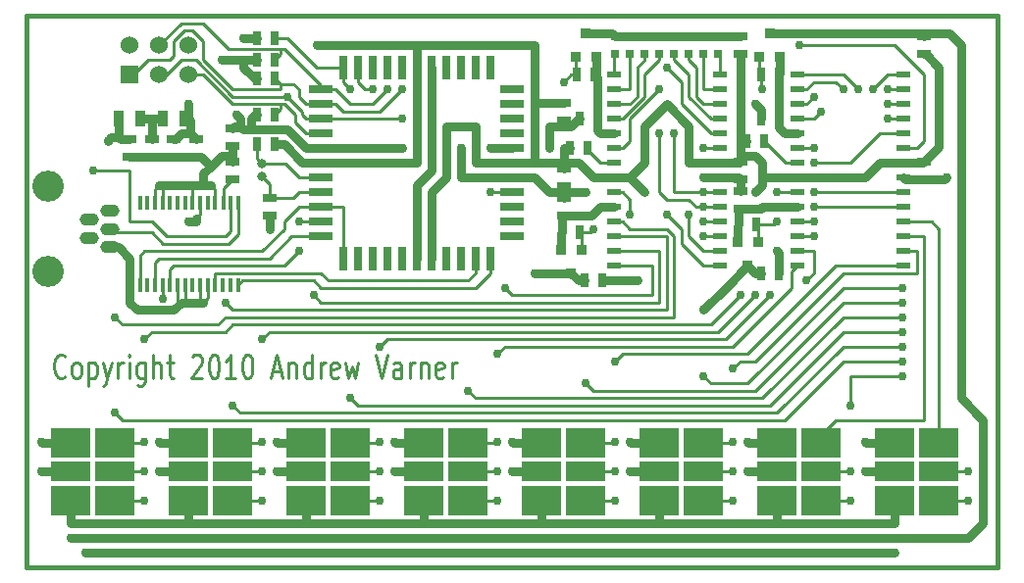
<source format=gtl>
G04 (created by PCBNEW-RS274X (2010-03-14)-final) date Tue 28 Sep 2010 03:27:07 PM CDT*
G01*
G70*
G90*
%MOIN*%
G04 Gerber Fmt 3.4, Leading zero omitted, Abs format*
%FSLAX34Y34*%
G04 APERTURE LIST*
%ADD10C,0.001000*%
%ADD11C,0.010000*%
%ADD12C,0.015000*%
%ADD13C,0.031500*%
%ADD14R,0.031400X0.031400*%
%ADD15R,0.060000X0.060000*%
%ADD16C,0.060000*%
%ADD17R,0.030000X0.080000*%
%ADD18R,0.080000X0.030000*%
%ADD19R,0.025000X0.045000*%
%ADD20R,0.045000X0.025000*%
%ADD21R,0.050000X0.020000*%
%ADD22R,0.036000X0.036000*%
%ADD23R,0.016000X0.050000*%
%ADD24O,0.106300X0.106300*%
%ADD25O,0.065000X0.043300*%
%ADD26R,0.035000X0.055000*%
%ADD27R,0.137800X0.102400*%
%ADD28R,0.137800X0.070900*%
%ADD29C,0.030000*%
%ADD30C,0.030000*%
G04 APERTURE END LIST*
G54D10*
G54D11*
X45309Y-44248D02*
X45280Y-44286D01*
X45194Y-44324D01*
X45137Y-44324D01*
X45052Y-44286D01*
X44994Y-44210D01*
X44966Y-44133D01*
X44937Y-43981D01*
X44937Y-43867D01*
X44966Y-43714D01*
X44994Y-43638D01*
X45052Y-43562D01*
X45137Y-43524D01*
X45194Y-43524D01*
X45280Y-43562D01*
X45309Y-43600D01*
X45652Y-44324D02*
X45594Y-44286D01*
X45566Y-44248D01*
X45537Y-44171D01*
X45537Y-43943D01*
X45566Y-43867D01*
X45594Y-43829D01*
X45652Y-43790D01*
X45737Y-43790D01*
X45794Y-43829D01*
X45823Y-43867D01*
X45852Y-43943D01*
X45852Y-44171D01*
X45823Y-44248D01*
X45794Y-44286D01*
X45737Y-44324D01*
X45652Y-44324D01*
X46109Y-43790D02*
X46109Y-44590D01*
X46109Y-43829D02*
X46166Y-43790D01*
X46280Y-43790D01*
X46337Y-43829D01*
X46366Y-43867D01*
X46395Y-43943D01*
X46395Y-44171D01*
X46366Y-44248D01*
X46337Y-44286D01*
X46280Y-44324D01*
X46166Y-44324D01*
X46109Y-44286D01*
X46595Y-43790D02*
X46738Y-44324D01*
X46880Y-43790D02*
X46738Y-44324D01*
X46680Y-44514D01*
X46652Y-44552D01*
X46595Y-44590D01*
X47109Y-44324D02*
X47109Y-43790D01*
X47109Y-43943D02*
X47137Y-43867D01*
X47166Y-43829D01*
X47223Y-43790D01*
X47280Y-43790D01*
X47480Y-44324D02*
X47480Y-43790D01*
X47480Y-43524D02*
X47451Y-43562D01*
X47480Y-43600D01*
X47508Y-43562D01*
X47480Y-43524D01*
X47480Y-43600D01*
X48023Y-43790D02*
X48023Y-44438D01*
X47994Y-44514D01*
X47966Y-44552D01*
X47909Y-44590D01*
X47823Y-44590D01*
X47766Y-44552D01*
X48023Y-44286D02*
X47966Y-44324D01*
X47852Y-44324D01*
X47794Y-44286D01*
X47766Y-44248D01*
X47737Y-44171D01*
X47737Y-43943D01*
X47766Y-43867D01*
X47794Y-43829D01*
X47852Y-43790D01*
X47966Y-43790D01*
X48023Y-43829D01*
X48309Y-44324D02*
X48309Y-43524D01*
X48566Y-44324D02*
X48566Y-43905D01*
X48537Y-43829D01*
X48480Y-43790D01*
X48395Y-43790D01*
X48337Y-43829D01*
X48309Y-43867D01*
X48766Y-43790D02*
X48995Y-43790D01*
X48852Y-43524D02*
X48852Y-44210D01*
X48880Y-44286D01*
X48938Y-44324D01*
X48995Y-44324D01*
X49623Y-43600D02*
X49652Y-43562D01*
X49709Y-43524D01*
X49852Y-43524D01*
X49909Y-43562D01*
X49938Y-43600D01*
X49966Y-43676D01*
X49966Y-43752D01*
X49938Y-43867D01*
X49595Y-44324D01*
X49966Y-44324D01*
X50337Y-43524D02*
X50394Y-43524D01*
X50451Y-43562D01*
X50480Y-43600D01*
X50509Y-43676D01*
X50537Y-43829D01*
X50537Y-44019D01*
X50509Y-44171D01*
X50480Y-44248D01*
X50451Y-44286D01*
X50394Y-44324D01*
X50337Y-44324D01*
X50280Y-44286D01*
X50251Y-44248D01*
X50223Y-44171D01*
X50194Y-44019D01*
X50194Y-43829D01*
X50223Y-43676D01*
X50251Y-43600D01*
X50280Y-43562D01*
X50337Y-43524D01*
X51108Y-44324D02*
X50765Y-44324D01*
X50937Y-44324D02*
X50937Y-43524D01*
X50880Y-43638D01*
X50822Y-43714D01*
X50765Y-43752D01*
X51479Y-43524D02*
X51536Y-43524D01*
X51593Y-43562D01*
X51622Y-43600D01*
X51651Y-43676D01*
X51679Y-43829D01*
X51679Y-44019D01*
X51651Y-44171D01*
X51622Y-44248D01*
X51593Y-44286D01*
X51536Y-44324D01*
X51479Y-44324D01*
X51422Y-44286D01*
X51393Y-44248D01*
X51365Y-44171D01*
X51336Y-44019D01*
X51336Y-43829D01*
X51365Y-43676D01*
X51393Y-43600D01*
X51422Y-43562D01*
X51479Y-43524D01*
X52364Y-44095D02*
X52650Y-44095D01*
X52307Y-44324D02*
X52507Y-43524D01*
X52707Y-44324D01*
X52907Y-43790D02*
X52907Y-44324D01*
X52907Y-43867D02*
X52935Y-43829D01*
X52993Y-43790D01*
X53078Y-43790D01*
X53135Y-43829D01*
X53164Y-43905D01*
X53164Y-44324D01*
X53707Y-44324D02*
X53707Y-43524D01*
X53707Y-44286D02*
X53650Y-44324D01*
X53536Y-44324D01*
X53478Y-44286D01*
X53450Y-44248D01*
X53421Y-44171D01*
X53421Y-43943D01*
X53450Y-43867D01*
X53478Y-43829D01*
X53536Y-43790D01*
X53650Y-43790D01*
X53707Y-43829D01*
X53993Y-44324D02*
X53993Y-43790D01*
X53993Y-43943D02*
X54021Y-43867D01*
X54050Y-43829D01*
X54107Y-43790D01*
X54164Y-43790D01*
X54592Y-44286D02*
X54535Y-44324D01*
X54421Y-44324D01*
X54364Y-44286D01*
X54335Y-44210D01*
X54335Y-43905D01*
X54364Y-43829D01*
X54421Y-43790D01*
X54535Y-43790D01*
X54592Y-43829D01*
X54621Y-43905D01*
X54621Y-43981D01*
X54335Y-44057D01*
X54821Y-43790D02*
X54935Y-44324D01*
X55049Y-43943D01*
X55164Y-44324D01*
X55278Y-43790D01*
X55878Y-43524D02*
X56078Y-44324D01*
X56278Y-43524D01*
X56735Y-44324D02*
X56735Y-43905D01*
X56706Y-43829D01*
X56649Y-43790D01*
X56535Y-43790D01*
X56478Y-43829D01*
X56735Y-44286D02*
X56678Y-44324D01*
X56535Y-44324D01*
X56478Y-44286D01*
X56449Y-44210D01*
X56449Y-44133D01*
X56478Y-44057D01*
X56535Y-44019D01*
X56678Y-44019D01*
X56735Y-43981D01*
X57021Y-44324D02*
X57021Y-43790D01*
X57021Y-43943D02*
X57049Y-43867D01*
X57078Y-43829D01*
X57135Y-43790D01*
X57192Y-43790D01*
X57392Y-43790D02*
X57392Y-44324D01*
X57392Y-43867D02*
X57420Y-43829D01*
X57478Y-43790D01*
X57563Y-43790D01*
X57620Y-43829D01*
X57649Y-43905D01*
X57649Y-44324D01*
X58163Y-44286D02*
X58106Y-44324D01*
X57992Y-44324D01*
X57935Y-44286D01*
X57906Y-44210D01*
X57906Y-43905D01*
X57935Y-43829D01*
X57992Y-43790D01*
X58106Y-43790D01*
X58163Y-43829D01*
X58192Y-43905D01*
X58192Y-43981D01*
X57906Y-44057D01*
X58449Y-44324D02*
X58449Y-43790D01*
X58449Y-43943D02*
X58477Y-43867D01*
X58506Y-43829D01*
X58563Y-43790D01*
X58620Y-43790D01*
G54D12*
X44000Y-50750D02*
X77000Y-50750D01*
X77000Y-32000D02*
X44000Y-32000D01*
X44000Y-50750D02*
X44000Y-32000D01*
X77000Y-50750D02*
X77000Y-32000D01*
G54D13*
X52000Y-37033D03*
X52000Y-37467D03*
G54D14*
X66000Y-32705D03*
X66000Y-33295D03*
X66500Y-32705D03*
X66500Y-33295D03*
X67000Y-32705D03*
X67000Y-33295D03*
X67500Y-32705D03*
X67500Y-33295D03*
X64000Y-32705D03*
X64000Y-33295D03*
X64500Y-32705D03*
X64500Y-33295D03*
X65000Y-32705D03*
X65000Y-33295D03*
X65500Y-32705D03*
X65500Y-33295D03*
G54D15*
X47500Y-34000D03*
G54D16*
X47500Y-33000D03*
X48500Y-34000D03*
X48500Y-33000D03*
X49500Y-34000D03*
X49500Y-33000D03*
G54D17*
X57250Y-33750D03*
X56750Y-33750D03*
X56250Y-33750D03*
X55750Y-33750D03*
X55250Y-33750D03*
X54750Y-33750D03*
G54D18*
X54000Y-34500D03*
X54000Y-35000D03*
X54000Y-35500D03*
X54000Y-36000D03*
X54000Y-36500D03*
X54000Y-37000D03*
X54000Y-37500D03*
X54000Y-38000D03*
X54000Y-38500D03*
X54000Y-39000D03*
X54000Y-39500D03*
G54D17*
X54750Y-40250D03*
X55250Y-40250D03*
X55750Y-40250D03*
X56250Y-40250D03*
X56750Y-40250D03*
X57250Y-40250D03*
X57750Y-40250D03*
X58250Y-40250D03*
X58750Y-40250D03*
X59250Y-40250D03*
X59750Y-40250D03*
G54D18*
X60500Y-39500D03*
X60500Y-39000D03*
X60500Y-38500D03*
X60500Y-38000D03*
X60500Y-37500D03*
X60500Y-37000D03*
X60500Y-36500D03*
X60500Y-36000D03*
X60500Y-35500D03*
X60500Y-35000D03*
X60500Y-34500D03*
G54D17*
X59750Y-33750D03*
X59250Y-33750D03*
X58750Y-33750D03*
X58250Y-33750D03*
X57750Y-33750D03*
G54D19*
X63400Y-35500D03*
X62800Y-35500D03*
G54D20*
X62250Y-38800D03*
X62250Y-38200D03*
G54D19*
X63300Y-34000D03*
X62700Y-34000D03*
X62200Y-39350D03*
X62800Y-39350D03*
X62450Y-36500D03*
X63050Y-36500D03*
X69550Y-35500D03*
X68950Y-35500D03*
G54D20*
X68250Y-38550D03*
X68250Y-37950D03*
G54D19*
X69550Y-34000D03*
X68950Y-34000D03*
X68200Y-39100D03*
X68800Y-39100D03*
X68450Y-36250D03*
X69050Y-36250D03*
X51825Y-32750D03*
X52425Y-32750D03*
X52425Y-33500D03*
X51825Y-33500D03*
X52425Y-34125D03*
X51825Y-34125D03*
X51825Y-35375D03*
X52425Y-35375D03*
G54D20*
X68250Y-33300D03*
X68250Y-32700D03*
G54D19*
X63550Y-41000D03*
X62950Y-41000D03*
G54D20*
X68250Y-37550D03*
X68250Y-36950D03*
X74500Y-33300D03*
X74500Y-32700D03*
G54D19*
X69550Y-40750D03*
X68950Y-40750D03*
G54D20*
X74500Y-37550D03*
X74500Y-36950D03*
X62250Y-35550D03*
X62250Y-34950D03*
X62250Y-37800D03*
X62250Y-37200D03*
X52250Y-38200D03*
X52250Y-38800D03*
G54D19*
X51825Y-36375D03*
X52425Y-36375D03*
G54D20*
X51000Y-37550D03*
X51000Y-36950D03*
X47500Y-36200D03*
X47500Y-36800D03*
X51000Y-35825D03*
X51000Y-36425D03*
G54D21*
X67550Y-40500D03*
X67550Y-40000D03*
X67550Y-39500D03*
X67550Y-39000D03*
X67550Y-38500D03*
X67550Y-38000D03*
X67550Y-37500D03*
X67550Y-37000D03*
X67550Y-36500D03*
X67550Y-36000D03*
X67550Y-35500D03*
X67550Y-35000D03*
X67550Y-34500D03*
X67550Y-34000D03*
X63950Y-34000D03*
X63950Y-34500D03*
X63950Y-35000D03*
X63950Y-35500D03*
X63950Y-36000D03*
X63950Y-36500D03*
X63950Y-37000D03*
X63950Y-37500D03*
X63950Y-38000D03*
X63950Y-38500D03*
X63950Y-39000D03*
X63950Y-39500D03*
X63950Y-40000D03*
X63950Y-40500D03*
X73800Y-40500D03*
X73800Y-40000D03*
X73800Y-39500D03*
X73800Y-39000D03*
X73800Y-38500D03*
X73800Y-38000D03*
X73800Y-37500D03*
X73800Y-37000D03*
X73800Y-36500D03*
X73800Y-36000D03*
X73800Y-35500D03*
X73800Y-35000D03*
X73800Y-34500D03*
X73800Y-34000D03*
X70200Y-34000D03*
X70200Y-34500D03*
X70200Y-35000D03*
X70200Y-35500D03*
X70200Y-36000D03*
X70200Y-36500D03*
X70200Y-37000D03*
X70200Y-37500D03*
X70200Y-38000D03*
X70200Y-38500D03*
X70200Y-39000D03*
X70200Y-39500D03*
X70200Y-40000D03*
X70200Y-40500D03*
G54D22*
X63350Y-33400D03*
X62650Y-33400D03*
X63000Y-32600D03*
X62150Y-39950D03*
X62850Y-39950D03*
X62500Y-40750D03*
X69600Y-33400D03*
X68900Y-33400D03*
X69250Y-32600D03*
X68150Y-39700D03*
X68850Y-39700D03*
X68500Y-40500D03*
G54D23*
X47850Y-41150D03*
X48100Y-41150D03*
X48360Y-41150D03*
X48620Y-41150D03*
X48870Y-41150D03*
X49130Y-41150D03*
X49390Y-41150D03*
X49640Y-41150D03*
X49900Y-41150D03*
X50150Y-41150D03*
X50410Y-41150D03*
X50670Y-41150D03*
X50920Y-41150D03*
X51180Y-41150D03*
X51180Y-38350D03*
X50920Y-38350D03*
X50680Y-38350D03*
X50410Y-38350D03*
X50150Y-38350D03*
X49900Y-38350D03*
X49640Y-38350D03*
X49390Y-38350D03*
X49130Y-38350D03*
X48870Y-38350D03*
X48620Y-38350D03*
X48360Y-38350D03*
X48100Y-38350D03*
X47850Y-38350D03*
G54D24*
X44734Y-37813D03*
G54D25*
X46142Y-38935D03*
X46142Y-39565D03*
X46830Y-39880D03*
X46830Y-39250D03*
X46830Y-38620D03*
G54D24*
X44734Y-40687D03*
G54D20*
X49750Y-36200D03*
X49750Y-36800D03*
X49000Y-36200D03*
X49000Y-36800D03*
G54D26*
X48625Y-35500D03*
X49375Y-35500D03*
G54D27*
X66998Y-48484D03*
X66998Y-46516D03*
X65502Y-46516D03*
X65502Y-48484D03*
G54D28*
X66998Y-47500D03*
X65502Y-47500D03*
G54D27*
X46998Y-48484D03*
X46998Y-46516D03*
X45502Y-46516D03*
X45502Y-48484D03*
G54D28*
X46998Y-47500D03*
X45502Y-47500D03*
G54D27*
X50998Y-48484D03*
X50998Y-46516D03*
X49502Y-46516D03*
X49502Y-48484D03*
G54D28*
X50998Y-47500D03*
X49502Y-47500D03*
G54D27*
X54998Y-48484D03*
X54998Y-46516D03*
X53502Y-46516D03*
X53502Y-48484D03*
G54D28*
X54998Y-47500D03*
X53502Y-47500D03*
G54D27*
X58998Y-48484D03*
X58998Y-46516D03*
X57502Y-46516D03*
X57502Y-48484D03*
G54D28*
X58998Y-47500D03*
X57502Y-47500D03*
G54D27*
X62998Y-48484D03*
X62998Y-46516D03*
X61502Y-46516D03*
X61502Y-48484D03*
G54D28*
X62998Y-47500D03*
X61502Y-47500D03*
G54D27*
X70998Y-48484D03*
X70998Y-46516D03*
X69502Y-46516D03*
X69502Y-48484D03*
G54D28*
X70998Y-47500D03*
X69502Y-47500D03*
G54D27*
X74998Y-48484D03*
X74998Y-46516D03*
X73502Y-46516D03*
X73502Y-48484D03*
G54D28*
X74998Y-47500D03*
X73502Y-47500D03*
G54D26*
X47125Y-35500D03*
X47875Y-35500D03*
G54D20*
X48250Y-36200D03*
X48250Y-36800D03*
G54D29*
X70250Y-33000D03*
X56750Y-34500D03*
X65750Y-33750D03*
X56250Y-34500D03*
X70750Y-38000D03*
X67000Y-38000D03*
X56750Y-35500D03*
X66000Y-36000D03*
X55750Y-34500D03*
X52875Y-34750D03*
X67000Y-38500D03*
X70750Y-38500D03*
X65500Y-36000D03*
X55000Y-34500D03*
X59750Y-38000D03*
X61250Y-40750D03*
X64250Y-49250D03*
X73000Y-49750D03*
X72500Y-47500D03*
X69000Y-49750D03*
X68500Y-47500D03*
X65000Y-49750D03*
X64500Y-47500D03*
X61000Y-49750D03*
X60500Y-47500D03*
X57000Y-49750D03*
X56500Y-47500D03*
X53000Y-49750D03*
X52500Y-47500D03*
X49000Y-49750D03*
X48500Y-47500D03*
X45500Y-49750D03*
X44500Y-47500D03*
X68500Y-46500D03*
X67000Y-42000D03*
X73500Y-50250D03*
X72500Y-46500D03*
X69500Y-50250D03*
X65500Y-50250D03*
X64500Y-46500D03*
X61500Y-50250D03*
X60500Y-46500D03*
X57500Y-50250D03*
X56500Y-46500D03*
X53500Y-50250D03*
X52500Y-46500D03*
X49500Y-50250D03*
X48500Y-46500D03*
X44500Y-46500D03*
X46000Y-50250D03*
X50000Y-37750D03*
X68750Y-38000D03*
X69500Y-40000D03*
X64750Y-41000D03*
X65000Y-38000D03*
X53875Y-33000D03*
X50625Y-33500D03*
X54750Y-37000D03*
X52250Y-39250D03*
X50000Y-41750D03*
X46250Y-37250D03*
X53250Y-39000D03*
X53250Y-40000D03*
X46750Y-36250D03*
X64000Y-48500D03*
X65750Y-38750D03*
X70750Y-39500D03*
X68750Y-41500D03*
X52000Y-46500D03*
X52000Y-43000D03*
X60000Y-46500D03*
X60000Y-43500D03*
X68000Y-44000D03*
X68000Y-46500D03*
X64000Y-46500D03*
X64000Y-43750D03*
X70500Y-41000D03*
X69250Y-41500D03*
X56000Y-46500D03*
X56000Y-43250D03*
X70750Y-39000D03*
X68250Y-41500D03*
X48000Y-46500D03*
X48000Y-43000D03*
X60250Y-41250D03*
X60000Y-48500D03*
X53750Y-41500D03*
X56000Y-48500D03*
X50750Y-41750D03*
X52000Y-48500D03*
X48000Y-48500D03*
X47000Y-42250D03*
X63250Y-39250D03*
X64500Y-38750D03*
X62250Y-34250D03*
X65500Y-34500D03*
X67000Y-36500D03*
X70750Y-37000D03*
X70750Y-36500D03*
X69000Y-34500D03*
X68000Y-47500D03*
X67000Y-44250D03*
X73250Y-34500D03*
X73750Y-41250D03*
X64000Y-47500D03*
X63000Y-44500D03*
X73750Y-41750D03*
X72750Y-34500D03*
X67000Y-39500D03*
X72000Y-48500D03*
X76000Y-48500D03*
X67000Y-39000D03*
X68000Y-48500D03*
X66500Y-38750D03*
X69500Y-38000D03*
X69500Y-39000D03*
X48000Y-47500D03*
X47000Y-45500D03*
X71000Y-35250D03*
X73750Y-43750D03*
X70750Y-34750D03*
X73750Y-43250D03*
X51000Y-45250D03*
X52000Y-47500D03*
X60000Y-47500D03*
X59000Y-44750D03*
X73750Y-42250D03*
X72250Y-34500D03*
X71750Y-34500D03*
X73750Y-42750D03*
X56000Y-47500D03*
X55000Y-45000D03*
X73250Y-35000D03*
X72000Y-45250D03*
X72000Y-47500D03*
X73750Y-44250D03*
X73250Y-35500D03*
X76000Y-47500D03*
X49500Y-35000D03*
X75250Y-37500D03*
X68750Y-35000D03*
X63000Y-38000D03*
X67000Y-37500D03*
X61750Y-36500D03*
X49500Y-39000D03*
X48625Y-41625D03*
X58750Y-36500D03*
X56750Y-36500D03*
X59750Y-36500D03*
X57750Y-36500D03*
X51375Y-32750D03*
X51125Y-35375D03*
G54D11*
X50000Y-33500D02*
X51000Y-34500D01*
X49375Y-32500D02*
X49625Y-32500D01*
X47625Y-34000D02*
X48125Y-33500D01*
X48125Y-33500D02*
X48875Y-33500D01*
X48875Y-33500D02*
X49000Y-33375D01*
X49000Y-33375D02*
X49000Y-32875D01*
X49000Y-32875D02*
X49375Y-32500D01*
X47500Y-34000D02*
X47625Y-34000D01*
X49625Y-32500D02*
X50000Y-32875D01*
X50000Y-33125D02*
X50000Y-32875D01*
X50000Y-33125D02*
X50000Y-33500D01*
X52625Y-34500D02*
X52625Y-34325D01*
X52625Y-34500D02*
X51000Y-34500D01*
X56000Y-35250D02*
X54750Y-35250D01*
X54750Y-35250D02*
X54500Y-35000D01*
X54000Y-35000D02*
X54500Y-35000D01*
X73500Y-33000D02*
X70250Y-33000D01*
X74250Y-36500D02*
X73800Y-36500D01*
X74500Y-34000D02*
X73750Y-33250D01*
X74500Y-36250D02*
X74500Y-34000D01*
X74250Y-36500D02*
X74500Y-36250D01*
X73750Y-33250D02*
X73500Y-33000D01*
X56750Y-34500D02*
X56000Y-35250D01*
X52625Y-34325D02*
X53075Y-34325D01*
X53500Y-35000D02*
X54000Y-35000D01*
X53250Y-34750D02*
X53500Y-35000D01*
X53250Y-34500D02*
X53250Y-34750D01*
X53075Y-34325D02*
X53250Y-34500D01*
X52625Y-34325D02*
X52425Y-34125D01*
X67250Y-36000D02*
X66250Y-35000D01*
X66250Y-35000D02*
X66250Y-34250D01*
X66250Y-34250D02*
X65750Y-33750D01*
X55000Y-35000D02*
X55750Y-35000D01*
X56250Y-34500D02*
X55750Y-35000D01*
X54000Y-34500D02*
X54500Y-34500D01*
X54500Y-34500D02*
X55000Y-35000D01*
X67250Y-36000D02*
X67550Y-36000D01*
X52625Y-33125D02*
X52625Y-33300D01*
X52625Y-33300D02*
X52425Y-33500D01*
X54000Y-34500D02*
X54000Y-34375D01*
X49250Y-32250D02*
X48500Y-33000D01*
X50000Y-32250D02*
X49250Y-32250D01*
X50875Y-33125D02*
X50000Y-32250D01*
X52750Y-33125D02*
X52625Y-33125D01*
X52625Y-33125D02*
X50875Y-33125D01*
X54000Y-34375D02*
X52750Y-33125D01*
X49500Y-34000D02*
X50000Y-34000D01*
X51000Y-35000D02*
X52625Y-35000D01*
X50000Y-34000D02*
X51000Y-35000D01*
X52625Y-35000D02*
X52625Y-35175D01*
X52625Y-35175D02*
X52425Y-35375D01*
X52750Y-35000D02*
X52625Y-35000D01*
X53500Y-36000D02*
X53125Y-35625D01*
X53125Y-35625D02*
X53125Y-35375D01*
X53125Y-35375D02*
X52750Y-35000D01*
X54000Y-36000D02*
X53500Y-36000D01*
X49750Y-33500D02*
X51000Y-34750D01*
X52875Y-34750D02*
X51000Y-34750D01*
X48750Y-34000D02*
X48500Y-34000D01*
X49250Y-33500D02*
X48750Y-34000D01*
X49250Y-33500D02*
X49750Y-33500D01*
X73800Y-38000D02*
X70750Y-38000D01*
X67000Y-38000D02*
X66000Y-38000D01*
X56750Y-35500D02*
X54000Y-35500D01*
X66000Y-36000D02*
X66000Y-38000D01*
X67000Y-38000D02*
X67550Y-38000D01*
X55250Y-34250D02*
X55250Y-33750D01*
X55500Y-34500D02*
X55750Y-34500D01*
X55250Y-34250D02*
X55500Y-34500D01*
X52875Y-34750D02*
X53375Y-35250D01*
X53500Y-35500D02*
X54000Y-35500D01*
X53375Y-35375D02*
X53500Y-35500D01*
X53375Y-35250D02*
X53375Y-35375D01*
X65500Y-38000D02*
X65750Y-38250D01*
X67000Y-38500D02*
X66750Y-38500D01*
X66750Y-38500D02*
X66500Y-38250D01*
X66500Y-38250D02*
X65750Y-38250D01*
X73800Y-38500D02*
X70750Y-38500D01*
X67550Y-38500D02*
X67000Y-38500D01*
X65500Y-38000D02*
X65500Y-36000D01*
X54750Y-33750D02*
X54750Y-34250D01*
X54750Y-34250D02*
X55000Y-34500D01*
X59750Y-38000D02*
X60500Y-38000D01*
X52425Y-32750D02*
X52875Y-32750D01*
X53875Y-33750D02*
X54750Y-33750D01*
X52875Y-32750D02*
X53875Y-33750D01*
G54D30*
X65502Y-49248D02*
X64252Y-49248D01*
X64252Y-49248D02*
X64250Y-49250D01*
X61502Y-49248D02*
X64248Y-49248D01*
X64248Y-49248D02*
X64250Y-49250D01*
X61250Y-40750D02*
X62500Y-40750D01*
X65502Y-48484D02*
X65502Y-49248D01*
X65500Y-49250D02*
X65500Y-49248D01*
X65502Y-49248D02*
X65500Y-49250D01*
X69502Y-48484D02*
X69502Y-49248D01*
X69500Y-49250D02*
X69500Y-49248D01*
X69502Y-49248D02*
X69500Y-49250D01*
X61502Y-48484D02*
X61502Y-49248D01*
X61500Y-49250D02*
X61500Y-49248D01*
X61502Y-49248D02*
X61500Y-49250D01*
X57502Y-48484D02*
X57502Y-49248D01*
X57500Y-49250D02*
X57500Y-49248D01*
X57502Y-49248D02*
X57500Y-49250D01*
X53502Y-48484D02*
X53502Y-49248D01*
X53500Y-49250D02*
X53500Y-49248D01*
X53502Y-49248D02*
X53500Y-49250D01*
X49502Y-48484D02*
X49502Y-49248D01*
X49500Y-49250D02*
X49500Y-49248D01*
X49502Y-49248D02*
X49500Y-49250D01*
X45502Y-48484D02*
X45502Y-49248D01*
X45500Y-49250D02*
X45500Y-49248D01*
X45502Y-49248D02*
X45500Y-49250D01*
X73502Y-49248D02*
X69500Y-49248D01*
X69500Y-49248D02*
X65500Y-49248D01*
X61500Y-49248D02*
X57500Y-49248D01*
X57500Y-49248D02*
X53500Y-49248D01*
X53500Y-49248D02*
X49500Y-49248D01*
X49500Y-49248D02*
X45500Y-49248D01*
X73502Y-48484D02*
X73502Y-49248D01*
X73502Y-49248D02*
X73504Y-49250D01*
X62950Y-41000D02*
X62750Y-41000D01*
X62750Y-41000D02*
X62500Y-40750D01*
X67500Y-32705D02*
X68245Y-32705D01*
X68245Y-32705D02*
X68250Y-32700D01*
X67000Y-32705D02*
X67500Y-32705D01*
X66500Y-32705D02*
X67000Y-32705D01*
X66000Y-32705D02*
X66500Y-32705D01*
X65500Y-32705D02*
X66000Y-32705D01*
X65000Y-32705D02*
X65500Y-32705D01*
X64500Y-32705D02*
X65000Y-32705D01*
X64000Y-32705D02*
X64500Y-32705D01*
X63000Y-32600D02*
X63895Y-32600D01*
X63895Y-32600D02*
X64000Y-32705D01*
X74400Y-32600D02*
X75350Y-32600D01*
X75350Y-32600D02*
X75750Y-33000D01*
X75750Y-33000D02*
X75750Y-45000D01*
X75750Y-45000D02*
X76500Y-45750D01*
X76500Y-45750D02*
X76500Y-49250D01*
X76500Y-49250D02*
X76000Y-49750D01*
X76000Y-49750D02*
X73000Y-49750D01*
X74400Y-32600D02*
X74500Y-32700D01*
X69250Y-32600D02*
X74400Y-32600D01*
X74400Y-32600D02*
X74500Y-32700D01*
X72500Y-47500D02*
X73502Y-47500D01*
X69502Y-47500D02*
X68500Y-47500D01*
X65502Y-47500D02*
X64500Y-47500D01*
X61502Y-47500D02*
X60500Y-47500D01*
X57502Y-47500D02*
X56500Y-47500D01*
X53502Y-47500D02*
X52500Y-47500D01*
X49502Y-47500D02*
X48500Y-47500D01*
X45502Y-47500D02*
X44500Y-47500D01*
X45500Y-49750D02*
X49000Y-49750D01*
X49000Y-49750D02*
X53000Y-49750D01*
X53000Y-49750D02*
X57000Y-49750D01*
X57000Y-49750D02*
X61000Y-49750D01*
X61000Y-49750D02*
X65000Y-49750D01*
X65000Y-49750D02*
X69000Y-49750D01*
X69000Y-49750D02*
X73000Y-49750D01*
X68516Y-46516D02*
X68500Y-46500D01*
X68516Y-46516D02*
X69502Y-46516D01*
X68500Y-40500D02*
X67750Y-41250D01*
X67750Y-41250D02*
X67000Y-42000D01*
X73502Y-46516D02*
X72516Y-46516D01*
X73500Y-50250D02*
X69500Y-50250D01*
X72516Y-46516D02*
X72500Y-46500D01*
X65502Y-46516D02*
X64516Y-46516D01*
X64516Y-46516D02*
X64500Y-46500D01*
X61502Y-46516D02*
X60516Y-46516D01*
X60516Y-46516D02*
X60500Y-46500D01*
X57502Y-46516D02*
X56516Y-46516D01*
X56516Y-46516D02*
X56500Y-46500D01*
X53502Y-46516D02*
X52516Y-46516D01*
X52516Y-46516D02*
X52500Y-46500D01*
X49502Y-46516D02*
X48516Y-46516D01*
X48516Y-46516D02*
X48500Y-46500D01*
X69500Y-50250D02*
X65500Y-50250D01*
X65500Y-50250D02*
X61500Y-50250D01*
X61500Y-50250D02*
X57500Y-50250D01*
X57500Y-50250D02*
X53500Y-50250D01*
X53500Y-50250D02*
X49500Y-50250D01*
X49500Y-50250D02*
X46000Y-50250D01*
X44516Y-46516D02*
X44500Y-46500D01*
X44516Y-46516D02*
X45502Y-46516D01*
X68950Y-40750D02*
X68750Y-40750D01*
X68750Y-40750D02*
X68500Y-40500D01*
X62250Y-38800D02*
X63200Y-38800D01*
X63500Y-38500D02*
X63950Y-38500D01*
X63200Y-38800D02*
X63500Y-38500D01*
X62150Y-39950D02*
X62150Y-39400D01*
X62150Y-39400D02*
X62200Y-39350D01*
X62200Y-39350D02*
X62200Y-38850D01*
X62200Y-38850D02*
X62250Y-38800D01*
X63350Y-33400D02*
X63350Y-33950D01*
X63350Y-33950D02*
X63300Y-34000D01*
X63400Y-35500D02*
X63400Y-34100D01*
X63400Y-34100D02*
X63300Y-34000D01*
X63950Y-36000D02*
X63500Y-36000D01*
X63400Y-35900D02*
X63400Y-35500D01*
X63500Y-36000D02*
X63400Y-35900D01*
X69600Y-33400D02*
X69600Y-33950D01*
X69600Y-33950D02*
X69550Y-34000D01*
X69550Y-35500D02*
X69550Y-34000D01*
X69550Y-35500D02*
X69550Y-35800D01*
X69750Y-36000D02*
X70200Y-36000D01*
X69550Y-35800D02*
X69750Y-36000D01*
X68250Y-38550D02*
X68950Y-38550D01*
X69000Y-38500D02*
X70200Y-38500D01*
X68950Y-38550D02*
X69000Y-38500D01*
X68150Y-39700D02*
X68150Y-39150D01*
X68150Y-39150D02*
X68200Y-39100D01*
X68200Y-39100D02*
X68200Y-38600D01*
X68200Y-38600D02*
X68250Y-38550D01*
G54D11*
X49750Y-37750D02*
X49640Y-37750D01*
X49640Y-37750D02*
X49640Y-38350D01*
X48500Y-37750D02*
X48620Y-37750D01*
X48620Y-37750D02*
X48620Y-38350D01*
X50410Y-38350D02*
X50410Y-37910D01*
G54D30*
X50250Y-37750D02*
X50000Y-37750D01*
G54D11*
X50410Y-37910D02*
X50250Y-37750D01*
X48360Y-38350D02*
X48360Y-37890D01*
G54D30*
X48500Y-37750D02*
X49750Y-37750D01*
X49750Y-37750D02*
X50000Y-37750D01*
G54D11*
X48360Y-37890D02*
X48500Y-37750D01*
G54D30*
X50000Y-37750D02*
X50000Y-37375D01*
X50000Y-37375D02*
X50250Y-37125D01*
X48250Y-36800D02*
X47500Y-36800D01*
X49000Y-36800D02*
X48250Y-36800D01*
X49750Y-36800D02*
X49000Y-36800D01*
X49750Y-36800D02*
X49925Y-36800D01*
X49925Y-36800D02*
X50250Y-37125D01*
X50250Y-37125D02*
X50625Y-36750D01*
X51000Y-36750D02*
X50625Y-36750D01*
X69000Y-37750D02*
X68750Y-38000D01*
X69000Y-37500D02*
X69000Y-37750D01*
X69550Y-40050D02*
X69550Y-40750D01*
X69500Y-40000D02*
X69550Y-40050D01*
X63550Y-41000D02*
X64750Y-41000D01*
X65000Y-38000D02*
X64500Y-37500D01*
X68250Y-36750D02*
X68750Y-36750D01*
X68750Y-36750D02*
X69000Y-37000D01*
X69000Y-37000D02*
X69000Y-37500D01*
X70200Y-37500D02*
X69000Y-37500D01*
X67550Y-37000D02*
X66500Y-37000D01*
X66500Y-35750D02*
X66500Y-37000D01*
X65000Y-35750D02*
X65000Y-37000D01*
X64500Y-37500D02*
X63950Y-37500D01*
X64500Y-37500D02*
X65000Y-37000D01*
X65750Y-35000D02*
X65000Y-35750D01*
X65750Y-35000D02*
X66500Y-35750D01*
X74500Y-33300D02*
X74550Y-33300D01*
X75000Y-36450D02*
X74500Y-36950D01*
X75000Y-33750D02*
X75000Y-36450D01*
X74550Y-33300D02*
X75000Y-33750D01*
X70200Y-37500D02*
X72500Y-37500D01*
X73000Y-37000D02*
X73800Y-37000D01*
X72500Y-37500D02*
X73000Y-37000D01*
X73800Y-37000D02*
X74450Y-37000D01*
X74450Y-37000D02*
X74500Y-36950D01*
X68450Y-36250D02*
X68250Y-36250D01*
X68250Y-33300D02*
X68250Y-36250D01*
X68250Y-36250D02*
X68250Y-36750D01*
X68250Y-36750D02*
X68250Y-36950D01*
X67550Y-37000D02*
X68200Y-37000D01*
X68200Y-37000D02*
X68250Y-36950D01*
X62250Y-37000D02*
X62750Y-37000D01*
X63250Y-37500D02*
X63950Y-37500D01*
X62750Y-37000D02*
X63250Y-37500D01*
X61250Y-37000D02*
X62250Y-37000D01*
X62250Y-37200D02*
X62250Y-37000D01*
X62250Y-37000D02*
X62250Y-36500D01*
X62250Y-36500D02*
X62450Y-36500D01*
X57750Y-38000D02*
X58250Y-37500D01*
X57750Y-40250D02*
X57750Y-38000D01*
X59250Y-37000D02*
X60500Y-37000D01*
X59250Y-35750D02*
X59250Y-37000D01*
X58250Y-35750D02*
X59250Y-35750D01*
X58250Y-37500D02*
X58250Y-35750D01*
X57250Y-35250D02*
X57250Y-37000D01*
X57250Y-33750D02*
X57250Y-35250D01*
X55500Y-37000D02*
X54750Y-37000D01*
X57250Y-37000D02*
X55500Y-37000D01*
X56875Y-33000D02*
X53875Y-33000D01*
X57250Y-33000D02*
X56875Y-33000D01*
X50625Y-33500D02*
X51375Y-33500D01*
X51825Y-33500D02*
X51375Y-33500D01*
X51750Y-34125D02*
X51375Y-33750D01*
X51750Y-34125D02*
X51825Y-34125D01*
X51375Y-33750D02*
X51375Y-33500D01*
X51000Y-36950D02*
X51000Y-36750D01*
X51000Y-36750D02*
X51000Y-36425D01*
X52250Y-38800D02*
X52250Y-39250D01*
X54000Y-37000D02*
X53375Y-37000D01*
X52750Y-36375D02*
X52425Y-36375D01*
X53375Y-37000D02*
X52750Y-36375D01*
X47500Y-41750D02*
X47750Y-42000D01*
X46722Y-39880D02*
X47130Y-39880D01*
X47500Y-40250D02*
X47500Y-41750D01*
X47130Y-39880D02*
X47500Y-40250D01*
X49000Y-42000D02*
X49250Y-41750D01*
X47750Y-42000D02*
X49000Y-42000D01*
G54D11*
X50150Y-41150D02*
X50150Y-41600D01*
X50150Y-41600D02*
X50000Y-41750D01*
X49900Y-41150D02*
X49900Y-41650D01*
X49900Y-41650D02*
X50000Y-41750D01*
X49390Y-41150D02*
X49390Y-41750D01*
X49390Y-41750D02*
X49500Y-41750D01*
X49130Y-41150D02*
X49130Y-41750D01*
X49130Y-41750D02*
X49250Y-41750D01*
X51000Y-36950D02*
X51000Y-36795D01*
G54D30*
X49250Y-41750D02*
X49500Y-41750D01*
X49500Y-41750D02*
X50000Y-41750D01*
X54750Y-37000D02*
X54000Y-37000D01*
X62250Y-34950D02*
X61250Y-34950D01*
X61250Y-34950D02*
X61250Y-35000D01*
X57250Y-33750D02*
X57250Y-33000D01*
X57250Y-33000D02*
X61250Y-33000D01*
X61250Y-33000D02*
X61250Y-35000D01*
X61250Y-36750D02*
X61250Y-37000D01*
X61250Y-35000D02*
X61250Y-36750D01*
X60500Y-37000D02*
X61250Y-37000D01*
G54D11*
X47850Y-41150D02*
X47850Y-40150D01*
X53250Y-38500D02*
X54000Y-38500D01*
X52750Y-39000D02*
X53250Y-38500D01*
X52750Y-39250D02*
X52750Y-39000D01*
X52000Y-40000D02*
X52750Y-39250D01*
X48000Y-40000D02*
X52000Y-40000D01*
X47850Y-40150D02*
X48000Y-40000D01*
X54000Y-38500D02*
X54750Y-38500D01*
X54750Y-38500D02*
X54750Y-40250D01*
X48360Y-41150D02*
X48360Y-40390D01*
X53000Y-39500D02*
X54000Y-39500D01*
X52250Y-40250D02*
X53000Y-39500D01*
X48500Y-40250D02*
X52250Y-40250D01*
X48360Y-40390D02*
X48500Y-40250D01*
X50680Y-38350D02*
X50680Y-37870D01*
X50680Y-37870D02*
X51000Y-37550D01*
X50920Y-38350D02*
X50920Y-39330D01*
X46250Y-37250D02*
X47500Y-37250D01*
X47500Y-39000D02*
X47500Y-37250D01*
X48250Y-39000D02*
X47500Y-39000D01*
X48750Y-39500D02*
X48250Y-39000D01*
X50750Y-39500D02*
X48750Y-39500D01*
X50920Y-39330D02*
X50750Y-39500D01*
X48625Y-39750D02*
X50875Y-39750D01*
X51180Y-39445D02*
X50875Y-39750D01*
X48250Y-39375D02*
X46847Y-39375D01*
X51180Y-38750D02*
X51180Y-38820D01*
X51180Y-38350D02*
X51180Y-38750D01*
X51180Y-38820D02*
X51180Y-38951D01*
X48250Y-39375D02*
X48625Y-39750D01*
X46847Y-39375D02*
X46722Y-39250D01*
X51180Y-38951D02*
X51180Y-39445D01*
X53750Y-41000D02*
X51330Y-41000D01*
X51330Y-41000D02*
X51180Y-41150D01*
X54000Y-41250D02*
X53750Y-41000D01*
X59750Y-40250D02*
X59750Y-40750D01*
X59750Y-40750D02*
X59250Y-41250D01*
X59250Y-41250D02*
X54000Y-41250D01*
X53500Y-40750D02*
X54000Y-40750D01*
X54250Y-41000D02*
X59000Y-41000D01*
X59250Y-40750D02*
X59000Y-41000D01*
X59250Y-40750D02*
X59250Y-40250D01*
X54000Y-40750D02*
X54250Y-41000D01*
X51500Y-40750D02*
X53500Y-40750D01*
X50410Y-40750D02*
X51500Y-40750D01*
X50410Y-41150D02*
X50410Y-40750D01*
X54000Y-38000D02*
X53250Y-38000D01*
X53050Y-38200D02*
X52250Y-38200D01*
X53250Y-38000D02*
X53050Y-38200D01*
X52250Y-38200D02*
X52250Y-37717D01*
X52250Y-37717D02*
X52000Y-37467D01*
X51825Y-36375D02*
X51825Y-36858D01*
X51825Y-36858D02*
X52000Y-37033D01*
X52000Y-37033D02*
X52783Y-37033D01*
X53250Y-37500D02*
X54000Y-37500D01*
X52783Y-37033D02*
X53250Y-37500D01*
X48870Y-41150D02*
X48870Y-40630D01*
X53250Y-40000D02*
X52750Y-40500D01*
X52750Y-40500D02*
X50250Y-40500D01*
X53250Y-39000D02*
X54000Y-39000D01*
X49000Y-40500D02*
X50250Y-40500D01*
X48870Y-40630D02*
X49000Y-40500D01*
G54D30*
X48250Y-36200D02*
X48250Y-35500D01*
X48625Y-35500D02*
X48250Y-35500D01*
X48250Y-35500D02*
X47875Y-35500D01*
X46875Y-36125D02*
X47125Y-36125D01*
X46750Y-36250D02*
X46875Y-36125D01*
X47500Y-36200D02*
X47200Y-36200D01*
X47125Y-36125D02*
X47125Y-35500D01*
X47200Y-36200D02*
X47125Y-36125D01*
G54D11*
X66000Y-39000D02*
X65750Y-38750D01*
X62998Y-48484D02*
X63984Y-48484D01*
X63984Y-48484D02*
X64000Y-48500D01*
X67000Y-40500D02*
X66250Y-39750D01*
X66250Y-39750D02*
X66250Y-39250D01*
X66250Y-39250D02*
X66000Y-39000D01*
X67000Y-40500D02*
X67550Y-40500D01*
X70200Y-39500D02*
X70750Y-39500D01*
X68750Y-41500D02*
X67500Y-42750D01*
X67500Y-42750D02*
X52250Y-42750D01*
X51984Y-46516D02*
X52000Y-46500D01*
X52000Y-43000D02*
X52250Y-42750D01*
X51984Y-46516D02*
X50998Y-46516D01*
X51000Y-46514D02*
X50998Y-46516D01*
X60250Y-43250D02*
X68000Y-43250D01*
X68000Y-43250D02*
X70000Y-41250D01*
X70200Y-40500D02*
X70000Y-40700D01*
X70000Y-41250D02*
X70000Y-40700D01*
X59984Y-46516D02*
X60000Y-46500D01*
X60000Y-43500D02*
X60250Y-43250D01*
X59984Y-46516D02*
X58998Y-46516D01*
X72000Y-40750D02*
X74250Y-40750D01*
X74250Y-40750D02*
X74250Y-40000D01*
X73800Y-40000D02*
X74250Y-40000D01*
X68000Y-44000D02*
X68250Y-43750D01*
X67984Y-46516D02*
X68000Y-46500D01*
X68250Y-43750D02*
X68750Y-43750D01*
X67984Y-46516D02*
X66998Y-46516D01*
X71750Y-40750D02*
X68750Y-43750D01*
X72000Y-40750D02*
X71750Y-40750D01*
X75000Y-39254D02*
X75000Y-46514D01*
X75000Y-46514D02*
X74998Y-46516D01*
X73800Y-39000D02*
X74746Y-39000D01*
X74746Y-39000D02*
X75000Y-39254D01*
X75000Y-39254D02*
X74998Y-39252D01*
X70200Y-37000D02*
X69800Y-37000D01*
X69800Y-37000D02*
X69050Y-36250D01*
X74500Y-45750D02*
X71500Y-45750D01*
X70998Y-46516D02*
X70998Y-46252D01*
X74500Y-39500D02*
X73800Y-39500D01*
X70998Y-46252D02*
X71500Y-45750D01*
X74500Y-39500D02*
X74500Y-45750D01*
X71500Y-40500D02*
X68500Y-43500D01*
X68500Y-43500D02*
X64250Y-43500D01*
X73800Y-40500D02*
X71500Y-40500D01*
X63984Y-46516D02*
X64000Y-46500D01*
X64000Y-43750D02*
X64250Y-43500D01*
X63984Y-46516D02*
X62998Y-46516D01*
X70200Y-40000D02*
X70750Y-40000D01*
X69250Y-41500D02*
X67750Y-43000D01*
X67750Y-43000D02*
X56250Y-43000D01*
X70750Y-40750D02*
X70500Y-41000D01*
X70750Y-40000D02*
X70750Y-40750D01*
X55984Y-46516D02*
X56000Y-46500D01*
X56000Y-43250D02*
X56250Y-43000D01*
X55984Y-46516D02*
X54998Y-46516D01*
X48000Y-43000D02*
X48250Y-42750D01*
X70200Y-39000D02*
X70750Y-39000D01*
X51000Y-42500D02*
X67250Y-42500D01*
X67250Y-42500D02*
X68250Y-41500D01*
X50750Y-42750D02*
X51000Y-42500D01*
X47984Y-46516D02*
X48000Y-46500D01*
X47984Y-46516D02*
X46998Y-46516D01*
X48250Y-42750D02*
X50750Y-42750D01*
X65250Y-40500D02*
X65250Y-40750D01*
X60000Y-48500D02*
X59984Y-48484D01*
X58998Y-48484D02*
X59984Y-48484D01*
X60250Y-41250D02*
X60500Y-41500D01*
X65250Y-41500D02*
X60500Y-41500D01*
X65250Y-40750D02*
X65250Y-41500D01*
X65250Y-40500D02*
X63950Y-40500D01*
X63950Y-35500D02*
X64250Y-35500D01*
X65500Y-33500D02*
X65500Y-33295D01*
X65000Y-34000D02*
X65500Y-33500D01*
X65000Y-34750D02*
X65000Y-34000D01*
X64250Y-35500D02*
X65000Y-34750D01*
X56000Y-48500D02*
X55984Y-48484D01*
X54998Y-48484D02*
X55984Y-48484D01*
X54000Y-41750D02*
X65500Y-41750D01*
X65500Y-40000D02*
X65500Y-41750D01*
X65500Y-40000D02*
X63950Y-40000D01*
X54000Y-41750D02*
X53750Y-41500D01*
X63950Y-35000D02*
X64500Y-35000D01*
X64750Y-33750D02*
X65000Y-33500D01*
X65000Y-33500D02*
X65000Y-33295D01*
X64750Y-34750D02*
X64750Y-33750D01*
X64500Y-35000D02*
X64750Y-34750D01*
X65750Y-39500D02*
X65750Y-42000D01*
X65750Y-42000D02*
X51000Y-42000D01*
X51000Y-42000D02*
X50750Y-41750D01*
X52000Y-48500D02*
X51984Y-48484D01*
X50998Y-48484D02*
X51984Y-48484D01*
X65750Y-39500D02*
X63950Y-39500D01*
X64500Y-33295D02*
X64500Y-34500D01*
X64500Y-34500D02*
X63950Y-34500D01*
X66000Y-39500D02*
X65750Y-39250D01*
X64250Y-39000D02*
X64500Y-39250D01*
X64250Y-39000D02*
X63950Y-39000D01*
X65750Y-39250D02*
X64500Y-39250D01*
X66000Y-39500D02*
X66000Y-42250D01*
X66000Y-42250D02*
X65000Y-42250D01*
X47984Y-48484D02*
X46998Y-48484D01*
X48000Y-48500D02*
X47984Y-48484D01*
X47250Y-42500D02*
X47000Y-42250D01*
X50500Y-42500D02*
X47250Y-42500D01*
X50750Y-42250D02*
X50500Y-42500D01*
X65000Y-42250D02*
X50750Y-42250D01*
X63950Y-34000D02*
X63950Y-33345D01*
X63950Y-33345D02*
X64000Y-33295D01*
X67550Y-34000D02*
X67550Y-33345D01*
X67550Y-33345D02*
X67500Y-33295D01*
X64250Y-38000D02*
X64500Y-38250D01*
X64500Y-38250D02*
X64500Y-38750D01*
X63250Y-39250D02*
X63150Y-39350D01*
X62800Y-39350D02*
X63150Y-39350D01*
X64250Y-38000D02*
X63950Y-38000D01*
X62850Y-39950D02*
X62850Y-39400D01*
X62850Y-39400D02*
X62800Y-39350D01*
X67000Y-33295D02*
X67000Y-34500D01*
X67000Y-34500D02*
X67550Y-34500D01*
X67550Y-35000D02*
X67000Y-35000D01*
X66500Y-33500D02*
X66500Y-33295D01*
X66750Y-33750D02*
X66500Y-33500D01*
X66750Y-34750D02*
X66750Y-33750D01*
X67000Y-35000D02*
X66750Y-34750D01*
X63050Y-36500D02*
X63050Y-36550D01*
X63500Y-37000D02*
X63950Y-37000D01*
X63050Y-36550D02*
X63500Y-37000D01*
X67550Y-35500D02*
X67250Y-35500D01*
X66000Y-33500D02*
X66000Y-33295D01*
X66500Y-34000D02*
X66000Y-33500D01*
X66500Y-34750D02*
X66500Y-34000D01*
X67250Y-35500D02*
X66500Y-34750D01*
X62500Y-34000D02*
X62250Y-34250D01*
X62700Y-34000D02*
X62500Y-34000D01*
X64250Y-36500D02*
X63950Y-36500D01*
X64500Y-36250D02*
X64500Y-35500D01*
X64250Y-36500D02*
X64500Y-36250D01*
X65500Y-34500D02*
X64500Y-35500D01*
X62650Y-33400D02*
X62650Y-33950D01*
X62650Y-33950D02*
X62700Y-34000D01*
X70750Y-37000D02*
X72000Y-37000D01*
X67550Y-36500D02*
X67000Y-36500D01*
X73000Y-36000D02*
X73800Y-36000D01*
X72000Y-37000D02*
X73000Y-36000D01*
X70200Y-36500D02*
X70750Y-36500D01*
X68950Y-34450D02*
X68950Y-34000D01*
X68950Y-34450D02*
X69000Y-34500D01*
X68900Y-33400D02*
X68900Y-33950D01*
X68900Y-33950D02*
X68950Y-34000D01*
X67000Y-44250D02*
X67250Y-44500D01*
X67250Y-44500D02*
X68500Y-44500D01*
X66998Y-47500D02*
X68000Y-47500D01*
X71750Y-41250D02*
X68500Y-44500D01*
X73250Y-34500D02*
X73800Y-34500D01*
X73750Y-41250D02*
X71750Y-41250D01*
X63000Y-44500D02*
X63250Y-44750D01*
X63250Y-44750D02*
X68750Y-44750D01*
X62998Y-47500D02*
X64000Y-47500D01*
X71750Y-41750D02*
X68750Y-44750D01*
X73250Y-34000D02*
X73800Y-34000D01*
X73250Y-34000D02*
X72750Y-34500D01*
X73750Y-41750D02*
X71750Y-41750D01*
X70998Y-48484D02*
X71984Y-48484D01*
X67000Y-39500D02*
X67550Y-39500D01*
X71984Y-48484D02*
X72000Y-48500D01*
X67550Y-39000D02*
X67000Y-39000D01*
X75984Y-48484D02*
X74998Y-48484D01*
X76000Y-48500D02*
X75984Y-48484D01*
X68000Y-48500D02*
X67984Y-48484D01*
X66998Y-48484D02*
X67984Y-48484D01*
X66500Y-39500D02*
X66500Y-38750D01*
X67000Y-40000D02*
X67550Y-40000D01*
X67000Y-40000D02*
X66500Y-39500D01*
X68800Y-39100D02*
X69400Y-39100D01*
X69500Y-38000D02*
X70200Y-38000D01*
X69400Y-39100D02*
X69500Y-39000D01*
X68850Y-39700D02*
X68850Y-39150D01*
X68850Y-39150D02*
X68800Y-39100D01*
X46998Y-47500D02*
X48000Y-47500D01*
X71750Y-43750D02*
X69750Y-45750D01*
X69750Y-45750D02*
X47250Y-45750D01*
X47250Y-45750D02*
X47000Y-45500D01*
X70750Y-35500D02*
X71000Y-35250D01*
X70750Y-35500D02*
X70200Y-35500D01*
X73750Y-43750D02*
X71750Y-43750D01*
X70500Y-35000D02*
X70750Y-34750D01*
X70200Y-35000D02*
X70500Y-35000D01*
X71750Y-43250D02*
X69500Y-45500D01*
X52000Y-47500D02*
X50998Y-47500D01*
X51250Y-45500D02*
X69500Y-45500D01*
X51000Y-45250D02*
X51250Y-45500D01*
X71750Y-43250D02*
X73750Y-43250D01*
X59000Y-44750D02*
X59250Y-45000D01*
X59250Y-45000D02*
X69000Y-45000D01*
X58998Y-47500D02*
X60000Y-47500D01*
X71750Y-42250D02*
X69000Y-45000D01*
X71750Y-34000D02*
X70200Y-34000D01*
X71750Y-34000D02*
X72250Y-34500D01*
X73750Y-42250D02*
X71750Y-42250D01*
X73750Y-42750D02*
X71750Y-42750D01*
X70500Y-34500D02*
X70750Y-34250D01*
X70750Y-34250D02*
X71500Y-34250D01*
X71500Y-34250D02*
X71750Y-34500D01*
X70200Y-34500D02*
X70500Y-34500D01*
X56000Y-47500D02*
X54998Y-47500D01*
X55250Y-45250D02*
X55000Y-45000D01*
X69250Y-45250D02*
X55250Y-45250D01*
X71750Y-42750D02*
X69250Y-45250D01*
X73800Y-35000D02*
X73250Y-35000D01*
X72000Y-47500D02*
X70998Y-47500D01*
X72000Y-44250D02*
X72000Y-45250D01*
X73750Y-44250D02*
X72000Y-44250D01*
X74998Y-47500D02*
X76000Y-47500D01*
X73250Y-35500D02*
X73800Y-35500D01*
G54D30*
X49550Y-36000D02*
X49550Y-35550D01*
X49550Y-35550D02*
X49500Y-35500D01*
X49500Y-35500D02*
X49375Y-35500D01*
X49000Y-36200D02*
X49050Y-36200D01*
X49550Y-36000D02*
X49750Y-36200D01*
X49250Y-36000D02*
X49550Y-36000D01*
X49050Y-36200D02*
X49250Y-36000D01*
X49500Y-35500D02*
X49500Y-35000D01*
X49375Y-35500D02*
X49500Y-35500D01*
X74500Y-37550D02*
X73850Y-37550D01*
X73850Y-37550D02*
X73800Y-37500D01*
X75200Y-37550D02*
X74500Y-37550D01*
X75250Y-37500D02*
X75200Y-37550D01*
X68950Y-35200D02*
X68750Y-35000D01*
X68950Y-35500D02*
X68950Y-35200D01*
X62800Y-35500D02*
X62750Y-35500D01*
X62500Y-35750D02*
X62250Y-35750D01*
X62750Y-35500D02*
X62500Y-35750D01*
X67550Y-37500D02*
X67000Y-37500D01*
X63000Y-38000D02*
X62250Y-38000D01*
X68250Y-37550D02*
X68250Y-37950D01*
X67550Y-37500D02*
X68200Y-37500D01*
X68200Y-37500D02*
X68250Y-37550D01*
X62250Y-38000D02*
X62250Y-38200D01*
X62250Y-35750D02*
X61750Y-35750D01*
X61750Y-35750D02*
X61750Y-36500D01*
X62250Y-35750D02*
X62250Y-35550D01*
X49769Y-38884D02*
X49769Y-38981D01*
X49769Y-38981D02*
X49750Y-39000D01*
X49750Y-39000D02*
X49500Y-39000D01*
G54D11*
X49900Y-38350D02*
X49900Y-38753D01*
X49900Y-38753D02*
X49769Y-38884D01*
X48620Y-41620D02*
X48625Y-41625D01*
X48620Y-41620D02*
X48620Y-41150D01*
G54D30*
X60500Y-37500D02*
X58750Y-37500D01*
X58750Y-37500D02*
X58750Y-36500D01*
X55000Y-36500D02*
X54000Y-36500D01*
X56750Y-36500D02*
X55000Y-36500D01*
X60500Y-36500D02*
X59750Y-36500D01*
X57250Y-37750D02*
X57750Y-37250D01*
X57750Y-37250D02*
X57750Y-36500D01*
X57750Y-36500D02*
X57750Y-35750D01*
X57750Y-33750D02*
X57750Y-35750D01*
X57250Y-37750D02*
X57250Y-40250D01*
X51825Y-32750D02*
X51375Y-32750D01*
X51250Y-35500D02*
X51125Y-35375D01*
X51250Y-35750D02*
X51250Y-35500D01*
X51625Y-35875D02*
X51625Y-35500D01*
X51750Y-35375D02*
X51825Y-35375D01*
X51625Y-35500D02*
X51750Y-35375D01*
X54000Y-36500D02*
X53500Y-36500D01*
X53500Y-36500D02*
X52875Y-35875D01*
X52875Y-35875D02*
X51625Y-35875D01*
X51075Y-35750D02*
X51000Y-35825D01*
X51250Y-35750D02*
X51075Y-35750D01*
X51375Y-35875D02*
X51250Y-35750D01*
X51625Y-35875D02*
X51375Y-35875D01*
X62250Y-37800D02*
X62250Y-38000D01*
X61250Y-37500D02*
X60500Y-37500D01*
X62250Y-38000D02*
X61750Y-38000D01*
X61750Y-38000D02*
X61250Y-37500D01*
M02*

</source>
